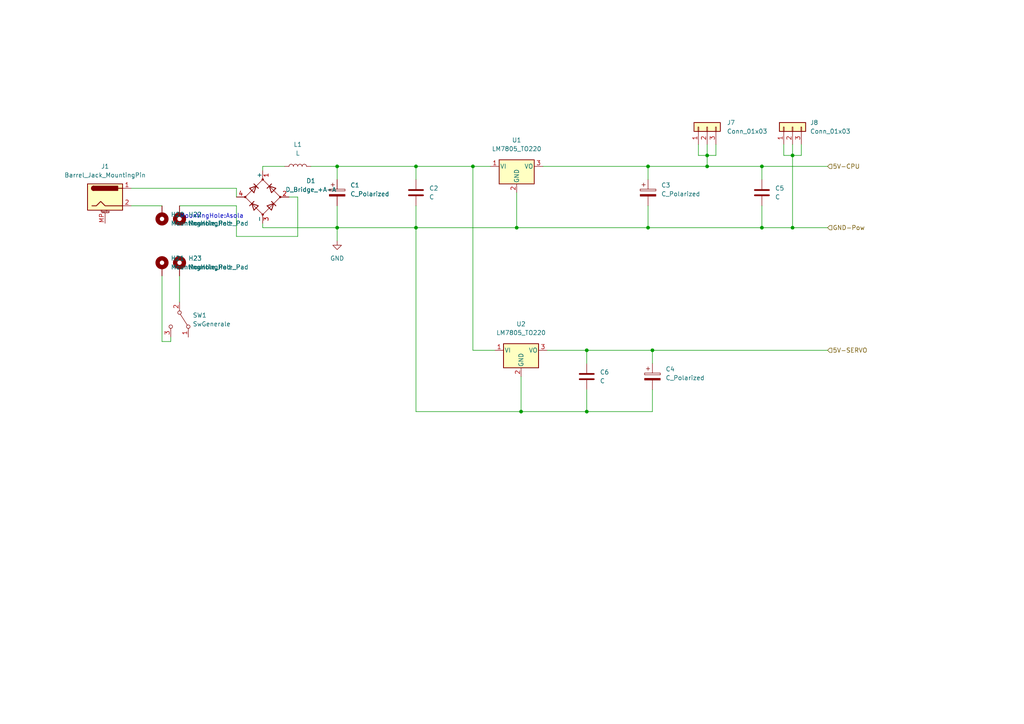
<source format=kicad_sch>
(kicad_sch (version 20211123) (generator eeschema)

  (uuid f008dfec-8cbd-4604-adf7-5c96849dc8e9)

  (paper "A4")

  (lib_symbols
    (symbol "Connector:Barrel_Jack_MountingPin" (pin_names hide) (in_bom yes) (on_board yes)
      (property "Reference" "J" (id 0) (at 0 5.334 0)
        (effects (font (size 1.27 1.27)))
      )
      (property "Value" "Barrel_Jack_MountingPin" (id 1) (at 1.27 -6.35 0)
        (effects (font (size 1.27 1.27)) (justify left))
      )
      (property "Footprint" "" (id 2) (at 1.27 -1.016 0)
        (effects (font (size 1.27 1.27)) hide)
      )
      (property "Datasheet" "~" (id 3) (at 1.27 -1.016 0)
        (effects (font (size 1.27 1.27)) hide)
      )
      (property "ki_keywords" "DC power barrel jack connector" (id 4) (at 0 0 0)
        (effects (font (size 1.27 1.27)) hide)
      )
      (property "ki_description" "DC Barrel Jack with a mounting pin" (id 5) (at 0 0 0)
        (effects (font (size 1.27 1.27)) hide)
      )
      (property "ki_fp_filters" "BarrelJack*" (id 6) (at 0 0 0)
        (effects (font (size 1.27 1.27)) hide)
      )
      (symbol "Barrel_Jack_MountingPin_0_1"
        (rectangle (start -5.08 3.81) (end 5.08 -3.81)
          (stroke (width 0.254) (type default) (color 0 0 0 0))
          (fill (type background))
        )
        (arc (start -3.302 3.175) (mid -3.937 2.54) (end -3.302 1.905)
          (stroke (width 0.254) (type default) (color 0 0 0 0))
          (fill (type none))
        )
        (arc (start -3.302 3.175) (mid -3.937 2.54) (end -3.302 1.905)
          (stroke (width 0.254) (type default) (color 0 0 0 0))
          (fill (type outline))
        )
        (polyline
          (pts
            (xy 5.08 2.54)
            (xy 3.81 2.54)
          )
          (stroke (width 0.254) (type default) (color 0 0 0 0))
          (fill (type none))
        )
        (polyline
          (pts
            (xy -3.81 -2.54)
            (xy -2.54 -2.54)
            (xy -1.27 -1.27)
            (xy 0 -2.54)
            (xy 2.54 -2.54)
            (xy 5.08 -2.54)
          )
          (stroke (width 0.254) (type default) (color 0 0 0 0))
          (fill (type none))
        )
        (rectangle (start 3.683 3.175) (end -3.302 1.905)
          (stroke (width 0.254) (type default) (color 0 0 0 0))
          (fill (type outline))
        )
      )
      (symbol "Barrel_Jack_MountingPin_1_1"
        (polyline
          (pts
            (xy -1.016 -4.572)
            (xy 1.016 -4.572)
          )
          (stroke (width 0.1524) (type default) (color 0 0 0 0))
          (fill (type none))
        )
        (text "Mounting" (at 0 -4.191 0)
          (effects (font (size 0.381 0.381)))
        )
        (pin passive line (at 7.62 2.54 180) (length 2.54)
          (name "~" (effects (font (size 1.27 1.27))))
          (number "1" (effects (font (size 1.27 1.27))))
        )
        (pin passive line (at 7.62 -2.54 180) (length 2.54)
          (name "~" (effects (font (size 1.27 1.27))))
          (number "2" (effects (font (size 1.27 1.27))))
        )
        (pin passive line (at 0 -7.62 90) (length 3.048)
          (name "MountPin" (effects (font (size 1.27 1.27))))
          (number "MP" (effects (font (size 1.27 1.27))))
        )
      )
    )
    (symbol "Connector_Generic:Conn_01x03" (pin_names (offset 1.016) hide) (in_bom yes) (on_board yes)
      (property "Reference" "J" (id 0) (at 0 5.08 0)
        (effects (font (size 1.27 1.27)))
      )
      (property "Value" "Conn_01x03" (id 1) (at 0 -5.08 0)
        (effects (font (size 1.27 1.27)))
      )
      (property "Footprint" "" (id 2) (at 0 0 0)
        (effects (font (size 1.27 1.27)) hide)
      )
      (property "Datasheet" "~" (id 3) (at 0 0 0)
        (effects (font (size 1.27 1.27)) hide)
      )
      (property "ki_keywords" "connector" (id 4) (at 0 0 0)
        (effects (font (size 1.27 1.27)) hide)
      )
      (property "ki_description" "Generic connector, single row, 01x03, script generated (kicad-library-utils/schlib/autogen/connector/)" (id 5) (at 0 0 0)
        (effects (font (size 1.27 1.27)) hide)
      )
      (property "ki_fp_filters" "Connector*:*_1x??_*" (id 6) (at 0 0 0)
        (effects (font (size 1.27 1.27)) hide)
      )
      (symbol "Conn_01x03_1_1"
        (rectangle (start -1.27 -2.413) (end 0 -2.667)
          (stroke (width 0.1524) (type default) (color 0 0 0 0))
          (fill (type none))
        )
        (rectangle (start -1.27 0.127) (end 0 -0.127)
          (stroke (width 0.1524) (type default) (color 0 0 0 0))
          (fill (type none))
        )
        (rectangle (start -1.27 2.667) (end 0 2.413)
          (stroke (width 0.1524) (type default) (color 0 0 0 0))
          (fill (type none))
        )
        (rectangle (start -1.27 3.81) (end 1.27 -3.81)
          (stroke (width 0.254) (type default) (color 0 0 0 0))
          (fill (type background))
        )
        (pin passive line (at -5.08 2.54 0) (length 3.81)
          (name "Pin_1" (effects (font (size 1.27 1.27))))
          (number "1" (effects (font (size 1.27 1.27))))
        )
        (pin passive line (at -5.08 0 0) (length 3.81)
          (name "Pin_2" (effects (font (size 1.27 1.27))))
          (number "2" (effects (font (size 1.27 1.27))))
        )
        (pin passive line (at -5.08 -2.54 0) (length 3.81)
          (name "Pin_3" (effects (font (size 1.27 1.27))))
          (number "3" (effects (font (size 1.27 1.27))))
        )
      )
    )
    (symbol "Device:C" (pin_numbers hide) (pin_names (offset 0.254)) (in_bom yes) (on_board yes)
      (property "Reference" "C" (id 0) (at 0.635 2.54 0)
        (effects (font (size 1.27 1.27)) (justify left))
      )
      (property "Value" "C" (id 1) (at 0.635 -2.54 0)
        (effects (font (size 1.27 1.27)) (justify left))
      )
      (property "Footprint" "" (id 2) (at 0.9652 -3.81 0)
        (effects (font (size 1.27 1.27)) hide)
      )
      (property "Datasheet" "~" (id 3) (at 0 0 0)
        (effects (font (size 1.27 1.27)) hide)
      )
      (property "ki_keywords" "cap capacitor" (id 4) (at 0 0 0)
        (effects (font (size 1.27 1.27)) hide)
      )
      (property "ki_description" "Unpolarized capacitor" (id 5) (at 0 0 0)
        (effects (font (size 1.27 1.27)) hide)
      )
      (property "ki_fp_filters" "C_*" (id 6) (at 0 0 0)
        (effects (font (size 1.27 1.27)) hide)
      )
      (symbol "C_0_1"
        (polyline
          (pts
            (xy -2.032 -0.762)
            (xy 2.032 -0.762)
          )
          (stroke (width 0.508) (type default) (color 0 0 0 0))
          (fill (type none))
        )
        (polyline
          (pts
            (xy -2.032 0.762)
            (xy 2.032 0.762)
          )
          (stroke (width 0.508) (type default) (color 0 0 0 0))
          (fill (type none))
        )
      )
      (symbol "C_1_1"
        (pin passive line (at 0 3.81 270) (length 2.794)
          (name "~" (effects (font (size 1.27 1.27))))
          (number "1" (effects (font (size 1.27 1.27))))
        )
        (pin passive line (at 0 -3.81 90) (length 2.794)
          (name "~" (effects (font (size 1.27 1.27))))
          (number "2" (effects (font (size 1.27 1.27))))
        )
      )
    )
    (symbol "Device:C_Polarized" (pin_numbers hide) (pin_names (offset 0.254)) (in_bom yes) (on_board yes)
      (property "Reference" "C" (id 0) (at 0.635 2.54 0)
        (effects (font (size 1.27 1.27)) (justify left))
      )
      (property "Value" "C_Polarized" (id 1) (at 0.635 -2.54 0)
        (effects (font (size 1.27 1.27)) (justify left))
      )
      (property "Footprint" "" (id 2) (at 0.9652 -3.81 0)
        (effects (font (size 1.27 1.27)) hide)
      )
      (property "Datasheet" "~" (id 3) (at 0 0 0)
        (effects (font (size 1.27 1.27)) hide)
      )
      (property "ki_keywords" "cap capacitor" (id 4) (at 0 0 0)
        (effects (font (size 1.27 1.27)) hide)
      )
      (property "ki_description" "Polarized capacitor" (id 5) (at 0 0 0)
        (effects (font (size 1.27 1.27)) hide)
      )
      (property "ki_fp_filters" "CP_*" (id 6) (at 0 0 0)
        (effects (font (size 1.27 1.27)) hide)
      )
      (symbol "C_Polarized_0_1"
        (rectangle (start -2.286 0.508) (end 2.286 1.016)
          (stroke (width 0) (type default) (color 0 0 0 0))
          (fill (type none))
        )
        (polyline
          (pts
            (xy -1.778 2.286)
            (xy -0.762 2.286)
          )
          (stroke (width 0) (type default) (color 0 0 0 0))
          (fill (type none))
        )
        (polyline
          (pts
            (xy -1.27 2.794)
            (xy -1.27 1.778)
          )
          (stroke (width 0) (type default) (color 0 0 0 0))
          (fill (type none))
        )
        (rectangle (start 2.286 -0.508) (end -2.286 -1.016)
          (stroke (width 0) (type default) (color 0 0 0 0))
          (fill (type outline))
        )
      )
      (symbol "C_Polarized_1_1"
        (pin passive line (at 0 3.81 270) (length 2.794)
          (name "~" (effects (font (size 1.27 1.27))))
          (number "1" (effects (font (size 1.27 1.27))))
        )
        (pin passive line (at 0 -3.81 90) (length 2.794)
          (name "~" (effects (font (size 1.27 1.27))))
          (number "2" (effects (font (size 1.27 1.27))))
        )
      )
    )
    (symbol "Device:D_Bridge_+A-A" (pin_names (offset 0)) (in_bom yes) (on_board yes)
      (property "Reference" "D" (id 0) (at 2.54 6.985 0)
        (effects (font (size 1.27 1.27)) (justify left))
      )
      (property "Value" "D_Bridge_+A-A" (id 1) (at 2.54 5.08 0)
        (effects (font (size 1.27 1.27)) (justify left))
      )
      (property "Footprint" "" (id 2) (at 0 0 0)
        (effects (font (size 1.27 1.27)) hide)
      )
      (property "Datasheet" "~" (id 3) (at 0 0 0)
        (effects (font (size 1.27 1.27)) hide)
      )
      (property "ki_keywords" "rectifier ACDC" (id 4) (at 0 0 0)
        (effects (font (size 1.27 1.27)) hide)
      )
      (property "ki_description" "Diode bridge, +ve/AC/-ve/AC" (id 5) (at 0 0 0)
        (effects (font (size 1.27 1.27)) hide)
      )
      (property "ki_fp_filters" "D*Bridge* D*Rectifier*" (id 6) (at 0 0 0)
        (effects (font (size 1.27 1.27)) hide)
      )
      (symbol "D_Bridge_+A-A_0_1"
        (circle (center -5.08 0) (radius 0.254)
          (stroke (width 0) (type default) (color 0 0 0 0))
          (fill (type outline))
        )
        (circle (center 0 -5.08) (radius 0.254)
          (stroke (width 0) (type default) (color 0 0 0 0))
          (fill (type outline))
        )
        (polyline
          (pts
            (xy -2.54 3.81)
            (xy -1.27 2.54)
          )
          (stroke (width 0.254) (type default) (color 0 0 0 0))
          (fill (type none))
        )
        (polyline
          (pts
            (xy -1.27 -2.54)
            (xy -2.54 -3.81)
          )
          (stroke (width 0.254) (type default) (color 0 0 0 0))
          (fill (type none))
        )
        (polyline
          (pts
            (xy 2.54 -1.27)
            (xy 3.81 -2.54)
          )
          (stroke (width 0.254) (type default) (color 0 0 0 0))
          (fill (type none))
        )
        (polyline
          (pts
            (xy 2.54 1.27)
            (xy 3.81 2.54)
          )
          (stroke (width 0.254) (type default) (color 0 0 0 0))
          (fill (type none))
        )
        (polyline
          (pts
            (xy -3.81 2.54)
            (xy -2.54 1.27)
            (xy -1.905 3.175)
            (xy -3.81 2.54)
          )
          (stroke (width 0.254) (type default) (color 0 0 0 0))
          (fill (type none))
        )
        (polyline
          (pts
            (xy -2.54 -1.27)
            (xy -3.81 -2.54)
            (xy -1.905 -3.175)
            (xy -2.54 -1.27)
          )
          (stroke (width 0.254) (type default) (color 0 0 0 0))
          (fill (type none))
        )
        (polyline
          (pts
            (xy 1.27 2.54)
            (xy 2.54 3.81)
            (xy 3.175 1.905)
            (xy 1.27 2.54)
          )
          (stroke (width 0.254) (type default) (color 0 0 0 0))
          (fill (type none))
        )
        (polyline
          (pts
            (xy 3.175 -1.905)
            (xy 1.27 -2.54)
            (xy 2.54 -3.81)
            (xy 3.175 -1.905)
          )
          (stroke (width 0.254) (type default) (color 0 0 0 0))
          (fill (type none))
        )
        (polyline
          (pts
            (xy -5.08 0)
            (xy 0 -5.08)
            (xy 5.08 0)
            (xy 0 5.08)
            (xy -5.08 0)
          )
          (stroke (width 0) (type default) (color 0 0 0 0))
          (fill (type none))
        )
        (circle (center 0 5.08) (radius 0.254)
          (stroke (width 0) (type default) (color 0 0 0 0))
          (fill (type outline))
        )
        (circle (center 5.08 0) (radius 0.254)
          (stroke (width 0) (type default) (color 0 0 0 0))
          (fill (type outline))
        )
      )
      (symbol "D_Bridge_+A-A_1_1"
        (pin passive line (at 7.62 0 180) (length 2.54)
          (name "+" (effects (font (size 1.27 1.27))))
          (number "1" (effects (font (size 1.27 1.27))))
        )
        (pin passive line (at 0 -7.62 90) (length 2.54)
          (name "~" (effects (font (size 1.27 1.27))))
          (number "2" (effects (font (size 1.27 1.27))))
        )
        (pin passive line (at -7.62 0 0) (length 2.54)
          (name "-" (effects (font (size 1.27 1.27))))
          (number "3" (effects (font (size 1.27 1.27))))
        )
        (pin passive line (at 0 7.62 270) (length 2.54)
          (name "~" (effects (font (size 1.27 1.27))))
          (number "4" (effects (font (size 1.27 1.27))))
        )
      )
    )
    (symbol "Device:L" (pin_numbers hide) (pin_names (offset 1.016) hide) (in_bom yes) (on_board yes)
      (property "Reference" "L" (id 0) (at -1.27 0 90)
        (effects (font (size 1.27 1.27)))
      )
      (property "Value" "L" (id 1) (at 1.905 0 90)
        (effects (font (size 1.27 1.27)))
      )
      (property "Footprint" "" (id 2) (at 0 0 0)
        (effects (font (size 1.27 1.27)) hide)
      )
      (property "Datasheet" "~" (id 3) (at 0 0 0)
        (effects (font (size 1.27 1.27)) hide)
      )
      (property "ki_keywords" "inductor choke coil reactor magnetic" (id 4) (at 0 0 0)
        (effects (font (size 1.27 1.27)) hide)
      )
      (property "ki_description" "Inductor" (id 5) (at 0 0 0)
        (effects (font (size 1.27 1.27)) hide)
      )
      (property "ki_fp_filters" "Choke_* *Coil* Inductor_* L_*" (id 6) (at 0 0 0)
        (effects (font (size 1.27 1.27)) hide)
      )
      (symbol "L_0_1"
        (arc (start 0 -2.54) (mid 0.635 -1.905) (end 0 -1.27)
          (stroke (width 0) (type default) (color 0 0 0 0))
          (fill (type none))
        )
        (arc (start 0 -1.27) (mid 0.635 -0.635) (end 0 0)
          (stroke (width 0) (type default) (color 0 0 0 0))
          (fill (type none))
        )
        (arc (start 0 0) (mid 0.635 0.635) (end 0 1.27)
          (stroke (width 0) (type default) (color 0 0 0 0))
          (fill (type none))
        )
        (arc (start 0 1.27) (mid 0.635 1.905) (end 0 2.54)
          (stroke (width 0) (type default) (color 0 0 0 0))
          (fill (type none))
        )
      )
      (symbol "L_1_1"
        (pin passive line (at 0 3.81 270) (length 1.27)
          (name "1" (effects (font (size 1.27 1.27))))
          (number "1" (effects (font (size 1.27 1.27))))
        )
        (pin passive line (at 0 -3.81 90) (length 1.27)
          (name "2" (effects (font (size 1.27 1.27))))
          (number "2" (effects (font (size 1.27 1.27))))
        )
      )
    )
    (symbol "Mechanical:MountingHole_Pad" (pin_numbers hide) (pin_names (offset 1.016) hide) (in_bom yes) (on_board yes)
      (property "Reference" "H" (id 0) (at 0 6.35 0)
        (effects (font (size 1.27 1.27)))
      )
      (property "Value" "MountingHole_Pad" (id 1) (at 0 4.445 0)
        (effects (font (size 1.27 1.27)))
      )
      (property "Footprint" "" (id 2) (at 0 0 0)
        (effects (font (size 1.27 1.27)) hide)
      )
      (property "Datasheet" "~" (id 3) (at 0 0 0)
        (effects (font (size 1.27 1.27)) hide)
      )
      (property "ki_keywords" "mounting hole" (id 4) (at 0 0 0)
        (effects (font (size 1.27 1.27)) hide)
      )
      (property "ki_description" "Mounting Hole with connection" (id 5) (at 0 0 0)
        (effects (font (size 1.27 1.27)) hide)
      )
      (property "ki_fp_filters" "MountingHole*Pad*" (id 6) (at 0 0 0)
        (effects (font (size 1.27 1.27)) hide)
      )
      (symbol "MountingHole_Pad_0_1"
        (circle (center 0 1.27) (radius 1.27)
          (stroke (width 1.27) (type default) (color 0 0 0 0))
          (fill (type none))
        )
      )
      (symbol "MountingHole_Pad_1_1"
        (pin input line (at 0 -2.54 90) (length 2.54)
          (name "1" (effects (font (size 1.27 1.27))))
          (number "1" (effects (font (size 1.27 1.27))))
        )
      )
    )
    (symbol "Regulator_Linear:LM7805_TO220" (pin_names (offset 0.254)) (in_bom yes) (on_board yes)
      (property "Reference" "U" (id 0) (at -3.81 3.175 0)
        (effects (font (size 1.27 1.27)))
      )
      (property "Value" "LM7805_TO220" (id 1) (at 0 3.175 0)
        (effects (font (size 1.27 1.27)) (justify left))
      )
      (property "Footprint" "Package_TO_SOT_THT:TO-220-3_Vertical" (id 2) (at 0 5.715 0)
        (effects (font (size 1.27 1.27) italic) hide)
      )
      (property "Datasheet" "https://www.onsemi.cn/PowerSolutions/document/MC7800-D.PDF" (id 3) (at 0 -1.27 0)
        (effects (font (size 1.27 1.27)) hide)
      )
      (property "ki_keywords" "Voltage Regulator 1A Positive" (id 4) (at 0 0 0)
        (effects (font (size 1.27 1.27)) hide)
      )
      (property "ki_description" "Positive 1A 35V Linear Regulator, Fixed Output 5V, TO-220" (id 5) (at 0 0 0)
        (effects (font (size 1.27 1.27)) hide)
      )
      (property "ki_fp_filters" "TO?220*" (id 6) (at 0 0 0)
        (effects (font (size 1.27 1.27)) hide)
      )
      (symbol "LM7805_TO220_0_1"
        (rectangle (start -5.08 1.905) (end 5.08 -5.08)
          (stroke (width 0.254) (type default) (color 0 0 0 0))
          (fill (type background))
        )
      )
      (symbol "LM7805_TO220_1_1"
        (pin power_in line (at -7.62 0 0) (length 2.54)
          (name "VI" (effects (font (size 1.27 1.27))))
          (number "1" (effects (font (size 1.27 1.27))))
        )
        (pin power_in line (at 0 -7.62 90) (length 2.54)
          (name "GND" (effects (font (size 1.27 1.27))))
          (number "2" (effects (font (size 1.27 1.27))))
        )
        (pin power_out line (at 7.62 0 180) (length 2.54)
          (name "VO" (effects (font (size 1.27 1.27))))
          (number "3" (effects (font (size 1.27 1.27))))
        )
      )
    )
    (symbol "Switch:SW_SPDT" (pin_names (offset 0) hide) (in_bom yes) (on_board yes)
      (property "Reference" "SW" (id 0) (at 0 4.318 0)
        (effects (font (size 1.27 1.27)))
      )
      (property "Value" "SW_SPDT" (id 1) (at 0 -5.08 0)
        (effects (font (size 1.27 1.27)))
      )
      (property "Footprint" "" (id 2) (at 0 0 0)
        (effects (font (size 1.27 1.27)) hide)
      )
      (property "Datasheet" "~" (id 3) (at 0 0 0)
        (effects (font (size 1.27 1.27)) hide)
      )
      (property "ki_keywords" "switch single-pole double-throw spdt ON-ON" (id 4) (at 0 0 0)
        (effects (font (size 1.27 1.27)) hide)
      )
      (property "ki_description" "Switch, single pole double throw" (id 5) (at 0 0 0)
        (effects (font (size 1.27 1.27)) hide)
      )
      (symbol "SW_SPDT_0_0"
        (circle (center -2.032 0) (radius 0.508)
          (stroke (width 0) (type default) (color 0 0 0 0))
          (fill (type none))
        )
        (circle (center 2.032 -2.54) (radius 0.508)
          (stroke (width 0) (type default) (color 0 0 0 0))
          (fill (type none))
        )
      )
      (symbol "SW_SPDT_0_1"
        (polyline
          (pts
            (xy -1.524 0.254)
            (xy 1.651 2.286)
          )
          (stroke (width 0) (type default) (color 0 0 0 0))
          (fill (type none))
        )
        (circle (center 2.032 2.54) (radius 0.508)
          (stroke (width 0) (type default) (color 0 0 0 0))
          (fill (type none))
        )
      )
      (symbol "SW_SPDT_1_1"
        (pin passive line (at 5.08 2.54 180) (length 2.54)
          (name "A" (effects (font (size 1.27 1.27))))
          (number "1" (effects (font (size 1.27 1.27))))
        )
        (pin passive line (at -5.08 0 0) (length 2.54)
          (name "B" (effects (font (size 1.27 1.27))))
          (number "2" (effects (font (size 1.27 1.27))))
        )
        (pin passive line (at 5.08 -2.54 180) (length 2.54)
          (name "C" (effects (font (size 1.27 1.27))))
          (number "3" (effects (font (size 1.27 1.27))))
        )
      )
    )
    (symbol "power:GND" (power) (pin_names (offset 0)) (in_bom yes) (on_board yes)
      (property "Reference" "#PWR" (id 0) (at 0 -6.35 0)
        (effects (font (size 1.27 1.27)) hide)
      )
      (property "Value" "GND" (id 1) (at 0 -3.81 0)
        (effects (font (size 1.27 1.27)))
      )
      (property "Footprint" "" (id 2) (at 0 0 0)
        (effects (font (size 1.27 1.27)) hide)
      )
      (property "Datasheet" "" (id 3) (at 0 0 0)
        (effects (font (size 1.27 1.27)) hide)
      )
      (property "ki_keywords" "power-flag" (id 4) (at 0 0 0)
        (effects (font (size 1.27 1.27)) hide)
      )
      (property "ki_description" "Power symbol creates a global label with name \"GND\" , ground" (id 5) (at 0 0 0)
        (effects (font (size 1.27 1.27)) hide)
      )
      (symbol "GND_0_1"
        (polyline
          (pts
            (xy 0 0)
            (xy 0 -1.27)
            (xy 1.27 -1.27)
            (xy 0 -2.54)
            (xy -1.27 -1.27)
            (xy 0 -1.27)
          )
          (stroke (width 0) (type default) (color 0 0 0 0))
          (fill (type none))
        )
      )
      (symbol "GND_1_1"
        (pin power_in line (at 0 0 270) (length 0) hide
          (name "GND" (effects (font (size 1.27 1.27))))
          (number "1" (effects (font (size 1.27 1.27))))
        )
      )
    )
  )

  (junction (at 187.96 66.04) (diameter 0) (color 0 0 0 0)
    (uuid 02c03e1f-54f0-47b5-8090-790eaa8054e5)
  )
  (junction (at 97.79 48.26) (diameter 0) (color 0 0 0 0)
    (uuid 06761d6a-d0f7-4522-90a5-02a9bff75dcc)
  )
  (junction (at 229.87 45.085) (diameter 0) (color 0 0 0 0)
    (uuid 0a6557ac-af4d-4281-8f0d-31b25e332d30)
  )
  (junction (at 120.65 66.04) (diameter 0) (color 0 0 0 0)
    (uuid 22eb16ec-c020-4b05-af2a-6c2fddea5ef9)
  )
  (junction (at 220.98 48.26) (diameter 0) (color 0 0 0 0)
    (uuid 23248dce-24e3-4258-be9b-2c3226426482)
  )
  (junction (at 151.13 119.38) (diameter 0) (color 0 0 0 0)
    (uuid 370fa68d-8e1b-4a0c-ba10-e8cfdcaa2cca)
  )
  (junction (at 120.65 48.26) (diameter 0) (color 0 0 0 0)
    (uuid 406b0538-e407-42dc-b3f5-635fd43e5eaf)
  )
  (junction (at 97.79 66.04) (diameter 0) (color 0 0 0 0)
    (uuid 4aade580-3568-48b8-9ba6-d98a7fc9b6d4)
  )
  (junction (at 170.18 101.6) (diameter 0) (color 0 0 0 0)
    (uuid 54399fbc-24f9-4787-bf31-47b45d02af35)
  )
  (junction (at 205.105 45.085) (diameter 0) (color 0 0 0 0)
    (uuid 54fdf65c-c75a-4bdf-bc01-05bd5b11cb78)
  )
  (junction (at 170.18 119.38) (diameter 0) (color 0 0 0 0)
    (uuid 5b458165-22f8-40ac-99f1-d374abce9648)
  )
  (junction (at 229.87 66.04) (diameter 0) (color 0 0 0 0)
    (uuid 659952a8-013d-4d4d-b35c-128817d3c409)
  )
  (junction (at 149.86 66.04) (diameter 0) (color 0 0 0 0)
    (uuid 737048ec-988c-476e-83c6-96f2514f6b50)
  )
  (junction (at 187.96 48.26) (diameter 0) (color 0 0 0 0)
    (uuid 7a3c66fe-af0a-4686-8dbc-2565c40985ee)
  )
  (junction (at 205.105 48.26) (diameter 0) (color 0 0 0 0)
    (uuid 81b8035e-9f9d-4778-baf9-a0fa45a26ad3)
  )
  (junction (at 220.98 66.04) (diameter 0) (color 0 0 0 0)
    (uuid a3c90ad5-e9e8-4e0f-bc14-cbf1102c3fa2)
  )
  (junction (at 189.23 101.6) (diameter 0) (color 0 0 0 0)
    (uuid b4750253-17f7-4952-a97f-0e2aa78e5d4e)
  )
  (junction (at 137.16 48.26) (diameter 0) (color 0 0 0 0)
    (uuid f84c8274-51c3-49c8-9d3f-2b16dbda5b3a)
  )

  (wire (pts (xy 120.65 119.38) (xy 120.65 66.04))
    (stroke (width 0) (type default) (color 0 0 0 0))
    (uuid 0501f9d3-1037-483e-8d4c-d7f511661b98)
  )
  (wire (pts (xy 97.79 48.26) (xy 120.65 48.26))
    (stroke (width 0) (type default) (color 0 0 0 0))
    (uuid 19fa953e-96f9-4544-95f8-14b96c5f0592)
  )
  (wire (pts (xy 187.96 48.26) (xy 205.105 48.26))
    (stroke (width 0) (type default) (color 0 0 0 0))
    (uuid 1e1d860f-ab47-4f7a-9706-99b24fb66d56)
  )
  (wire (pts (xy 137.16 48.26) (xy 142.24 48.26))
    (stroke (width 0) (type default) (color 0 0 0 0))
    (uuid 1fd4d199-be0d-4bd6-a8bf-6a584dd790d8)
  )
  (wire (pts (xy 202.565 41.91) (xy 202.565 45.085))
    (stroke (width 0) (type default) (color 0 0 0 0))
    (uuid 2387d0fc-c600-4b9e-8c08-f7c18780fb77)
  )
  (wire (pts (xy 83.82 57.15) (xy 86.36 57.15))
    (stroke (width 0) (type default) (color 0 0 0 0))
    (uuid 26fc4aaa-f989-4b0f-b353-ca3fddc8628c)
  )
  (wire (pts (xy 227.33 41.91) (xy 227.33 45.085))
    (stroke (width 0) (type default) (color 0 0 0 0))
    (uuid 28f6c1a1-d0a5-4a3d-9ae7-d482fa2840f4)
  )
  (wire (pts (xy 137.16 101.6) (xy 137.16 48.26))
    (stroke (width 0) (type default) (color 0 0 0 0))
    (uuid 2df9c463-1835-423c-ad3d-9a28aa5abb77)
  )
  (wire (pts (xy 76.2 48.26) (xy 76.2 49.53))
    (stroke (width 0) (type default) (color 0 0 0 0))
    (uuid 302e062c-86e7-41d2-a63d-499bd6ba190d)
  )
  (wire (pts (xy 97.79 66.04) (xy 97.79 69.85))
    (stroke (width 0) (type default) (color 0 0 0 0))
    (uuid 30529717-512e-44f5-be08-abd654523e92)
  )
  (wire (pts (xy 205.105 41.91) (xy 205.105 45.085))
    (stroke (width 0) (type default) (color 0 0 0 0))
    (uuid 30d70560-3295-4891-ab8e-716defd945f0)
  )
  (wire (pts (xy 170.18 113.03) (xy 170.18 119.38))
    (stroke (width 0) (type default) (color 0 0 0 0))
    (uuid 349c5ba7-b7cd-479d-9a82-3b0a652c6fae)
  )
  (wire (pts (xy 157.48 48.26) (xy 187.96 48.26))
    (stroke (width 0) (type default) (color 0 0 0 0))
    (uuid 37151358-5d26-4223-aab7-bbe564f73269)
  )
  (wire (pts (xy 189.23 119.38) (xy 170.18 119.38))
    (stroke (width 0) (type default) (color 0 0 0 0))
    (uuid 3b75e053-9803-4ad4-9152-cf42fb113e7f)
  )
  (wire (pts (xy 189.23 101.6) (xy 189.23 105.41))
    (stroke (width 0) (type default) (color 0 0 0 0))
    (uuid 3c27d80c-3964-4055-bf40-0434a3cc02ad)
  )
  (wire (pts (xy 120.65 48.26) (xy 137.16 48.26))
    (stroke (width 0) (type default) (color 0 0 0 0))
    (uuid 410a049d-8aae-4e3f-bb06-cfb3993b7752)
  )
  (wire (pts (xy 229.87 41.91) (xy 229.87 45.085))
    (stroke (width 0) (type default) (color 0 0 0 0))
    (uuid 44072855-eb60-468d-b620-fac760524652)
  )
  (wire (pts (xy 220.98 48.26) (xy 240.03 48.26))
    (stroke (width 0) (type default) (color 0 0 0 0))
    (uuid 463add5c-4479-40be-aa2f-71bbecac9a15)
  )
  (wire (pts (xy 151.13 119.38) (xy 120.65 119.38))
    (stroke (width 0) (type default) (color 0 0 0 0))
    (uuid 4ab9bac4-ea23-4da4-a9f6-e18ace3cbf60)
  )
  (wire (pts (xy 52.07 59.69) (xy 68.58 59.69))
    (stroke (width 0) (type default) (color 0 0 0 0))
    (uuid 4f357063-9edd-4d37-a2db-c22a4247869f)
  )
  (wire (pts (xy 97.79 59.69) (xy 97.79 66.04))
    (stroke (width 0) (type default) (color 0 0 0 0))
    (uuid 50473d75-7668-4bb7-b779-3baf343577f1)
  )
  (wire (pts (xy 205.105 45.085) (xy 205.105 48.26))
    (stroke (width 0) (type default) (color 0 0 0 0))
    (uuid 527c11ff-e908-44ba-a0b8-e50a1910eb9f)
  )
  (wire (pts (xy 97.79 66.04) (xy 120.65 66.04))
    (stroke (width 0) (type default) (color 0 0 0 0))
    (uuid 560b9e22-fbfa-4284-9322-ea7eb29bec44)
  )
  (wire (pts (xy 187.96 59.69) (xy 187.96 66.04))
    (stroke (width 0) (type default) (color 0 0 0 0))
    (uuid 5a6a3fe1-f1d3-4c26-bb36-dd89332d452c)
  )
  (wire (pts (xy 120.65 59.69) (xy 120.65 66.04))
    (stroke (width 0) (type default) (color 0 0 0 0))
    (uuid 683fbb7f-330c-48db-9b1f-a226282ffdda)
  )
  (wire (pts (xy 189.23 101.6) (xy 170.18 101.6))
    (stroke (width 0) (type default) (color 0 0 0 0))
    (uuid 6a08e7cf-56f8-427f-a198-85368584f711)
  )
  (wire (pts (xy 202.565 45.085) (xy 205.105 45.085))
    (stroke (width 0) (type default) (color 0 0 0 0))
    (uuid 6a9ee008-02b1-4d27-a626-93842e54964c)
  )
  (wire (pts (xy 120.65 52.07) (xy 120.65 48.26))
    (stroke (width 0) (type default) (color 0 0 0 0))
    (uuid 6f2da74a-f91e-42d5-83b5-1a5b4f934a51)
  )
  (wire (pts (xy 149.86 55.88) (xy 149.86 66.04))
    (stroke (width 0) (type default) (color 0 0 0 0))
    (uuid 7237e59b-a03f-479f-88d8-0aa0ed6c4e1d)
  )
  (wire (pts (xy 86.36 68.58) (xy 86.36 57.15))
    (stroke (width 0) (type default) (color 0 0 0 0))
    (uuid 752e8ff0-deb6-403f-a0be-46c7b2e2696e)
  )
  (wire (pts (xy 220.98 66.04) (xy 220.98 59.69))
    (stroke (width 0) (type default) (color 0 0 0 0))
    (uuid 7f3a0fa5-3bf6-4db5-bf39-2e3495a935ab)
  )
  (wire (pts (xy 229.87 45.085) (xy 229.87 66.04))
    (stroke (width 0) (type default) (color 0 0 0 0))
    (uuid 80ee1da2-a680-414c-8a90-6ba28f4df04a)
  )
  (wire (pts (xy 170.18 101.6) (xy 170.18 105.41))
    (stroke (width 0) (type default) (color 0 0 0 0))
    (uuid 83ddd983-a301-4366-aa01-096201d2644e)
  )
  (wire (pts (xy 76.2 66.04) (xy 97.79 66.04))
    (stroke (width 0) (type default) (color 0 0 0 0))
    (uuid 8815e94a-c93f-4fb4-b316-04259dd2bab1)
  )
  (wire (pts (xy 170.18 119.38) (xy 151.13 119.38))
    (stroke (width 0) (type default) (color 0 0 0 0))
    (uuid 8963e7ae-cf5a-482a-9c28-82adca047ec4)
  )
  (wire (pts (xy 229.87 66.04) (xy 240.03 66.04))
    (stroke (width 0) (type default) (color 0 0 0 0))
    (uuid 8e43e0b7-7a7a-4c7d-9ace-bd3524d014aa)
  )
  (wire (pts (xy 232.41 41.91) (xy 232.41 45.085))
    (stroke (width 0) (type default) (color 0 0 0 0))
    (uuid 92973c0b-5f3c-459f-8a94-1a15f9c9b359)
  )
  (wire (pts (xy 68.58 68.58) (xy 86.36 68.58))
    (stroke (width 0) (type default) (color 0 0 0 0))
    (uuid 9514497a-9d81-4fa8-852d-dc8955d6afe8)
  )
  (wire (pts (xy 187.96 66.04) (xy 220.98 66.04))
    (stroke (width 0) (type default) (color 0 0 0 0))
    (uuid 9d5d07f5-77a7-44e6-a667-d041ca1f3055)
  )
  (wire (pts (xy 120.65 66.04) (xy 149.86 66.04))
    (stroke (width 0) (type default) (color 0 0 0 0))
    (uuid 9d92645c-25e5-471b-836e-8eb1129db0f6)
  )
  (wire (pts (xy 205.105 48.26) (xy 220.98 48.26))
    (stroke (width 0) (type default) (color 0 0 0 0))
    (uuid 9e5fd6ac-7c0f-46ca-8d11-03e56fe31ac9)
  )
  (wire (pts (xy 151.13 109.22) (xy 151.13 119.38))
    (stroke (width 0) (type default) (color 0 0 0 0))
    (uuid a2665aa4-0005-4e79-9751-763a942980bb)
  )
  (wire (pts (xy 220.98 48.26) (xy 220.98 52.07))
    (stroke (width 0) (type default) (color 0 0 0 0))
    (uuid a73b1207-cc2c-4724-bfea-bd317a0f2435)
  )
  (wire (pts (xy 49.53 99.06) (xy 49.53 97.79))
    (stroke (width 0) (type default) (color 0 0 0 0))
    (uuid ac35f7d2-3d82-47be-837a-57a52a686f6c)
  )
  (wire (pts (xy 149.86 66.04) (xy 187.96 66.04))
    (stroke (width 0) (type default) (color 0 0 0 0))
    (uuid ad055baf-f3e9-4a2a-882d-e3033c02bf22)
  )
  (wire (pts (xy 90.17 48.26) (xy 97.79 48.26))
    (stroke (width 0) (type default) (color 0 0 0 0))
    (uuid adbadb76-150f-48ae-85ab-8afeb1369ca3)
  )
  (wire (pts (xy 229.87 45.085) (xy 232.41 45.085))
    (stroke (width 0) (type default) (color 0 0 0 0))
    (uuid af9c5e9a-6e80-449e-a0b7-5d0c34bc4fbd)
  )
  (wire (pts (xy 227.33 45.085) (xy 229.87 45.085))
    (stroke (width 0) (type default) (color 0 0 0 0))
    (uuid b3b8934d-dd76-4ad2-a241-c2b633d0409c)
  )
  (wire (pts (xy 187.96 48.26) (xy 187.96 52.07))
    (stroke (width 0) (type default) (color 0 0 0 0))
    (uuid b558f8c4-f5fe-4299-83c3-ba7b6d493a68)
  )
  (wire (pts (xy 76.2 64.77) (xy 76.2 66.04))
    (stroke (width 0) (type default) (color 0 0 0 0))
    (uuid bacba0e4-cb87-4e92-a595-de7c8daf8059)
  )
  (wire (pts (xy 207.645 41.91) (xy 207.645 45.085))
    (stroke (width 0) (type default) (color 0 0 0 0))
    (uuid be13267b-0507-4bac-9ebc-5877851fc138)
  )
  (wire (pts (xy 68.58 59.69) (xy 68.58 68.58))
    (stroke (width 0) (type default) (color 0 0 0 0))
    (uuid bfe47710-0ada-4ff7-b894-24b2d593a5b0)
  )
  (wire (pts (xy 52.07 80.01) (xy 52.07 87.63))
    (stroke (width 0) (type default) (color 0 0 0 0))
    (uuid c3a95493-7182-4a58-8ccd-521fcfc77baf)
  )
  (wire (pts (xy 143.51 101.6) (xy 137.16 101.6))
    (stroke (width 0) (type default) (color 0 0 0 0))
    (uuid c95c64af-79ae-4bb6-bb0b-26a7e6636419)
  )
  (wire (pts (xy 97.79 48.26) (xy 97.79 52.07))
    (stroke (width 0) (type default) (color 0 0 0 0))
    (uuid cf5d128b-5e36-49e3-bcb4-c51a89cd1880)
  )
  (wire (pts (xy 38.1 59.69) (xy 46.99 59.69))
    (stroke (width 0) (type default) (color 0 0 0 0))
    (uuid d2e4133a-5ea9-4ca4-a663-19622feb1182)
  )
  (wire (pts (xy 38.1 54.61) (xy 68.58 54.61))
    (stroke (width 0) (type default) (color 0 0 0 0))
    (uuid d5ceaac4-9fcd-4e7e-8cd5-f754f05cd9f7)
  )
  (wire (pts (xy 46.99 80.01) (xy 46.99 99.06))
    (stroke (width 0) (type default) (color 0 0 0 0))
    (uuid d5ebe927-20e0-4b67-8798-7a19a1a3796f)
  )
  (wire (pts (xy 68.58 54.61) (xy 68.58 57.15))
    (stroke (width 0) (type default) (color 0 0 0 0))
    (uuid d71ecbec-ed1d-423b-b808-f47533f3df52)
  )
  (wire (pts (xy 189.23 101.6) (xy 240.03 101.6))
    (stroke (width 0) (type default) (color 0 0 0 0))
    (uuid dc9d3d40-93b8-44e0-b0a6-3efbe3400d1b)
  )
  (wire (pts (xy 189.23 113.03) (xy 189.23 119.38))
    (stroke (width 0) (type default) (color 0 0 0 0))
    (uuid e7c2a831-4c65-43fe-8d82-f1a347f75bfb)
  )
  (wire (pts (xy 205.105 45.085) (xy 207.645 45.085))
    (stroke (width 0) (type default) (color 0 0 0 0))
    (uuid ea6ca513-70a6-40d7-9a54-93bc3ebbe46e)
  )
  (wire (pts (xy 220.98 66.04) (xy 229.87 66.04))
    (stroke (width 0) (type default) (color 0 0 0 0))
    (uuid f17cc0c0-ae74-427b-8659-e7ef25dbacdd)
  )
  (wire (pts (xy 82.55 48.26) (xy 76.2 48.26))
    (stroke (width 0) (type default) (color 0 0 0 0))
    (uuid f1af9dcf-8562-4526-b73d-c497d32bafec)
  )
  (wire (pts (xy 46.99 99.06) (xy 49.53 99.06))
    (stroke (width 0) (type default) (color 0 0 0 0))
    (uuid f44fbf50-6eef-4b2f-9e21-22ffc8fccb8c)
  )
  (wire (pts (xy 170.18 101.6) (xy 158.75 101.6))
    (stroke (width 0) (type default) (color 0 0 0 0))
    (uuid fa40928b-897b-4458-818b-40bcee18a2f3)
  )

  (text "MountingHole:Asola" (at 52.07 63.5 0)
    (effects (font (size 1.27 1.27)) (justify left bottom))
    (uuid 7e9a8a45-7ec5-4117-b8e4-906317e9ff72)
  )

  (hierarchical_label "5V-CPU" (shape input) (at 240.03 48.26 0)
    (effects (font (size 1.27 1.27)) (justify left))
    (uuid 415f8cbf-1543-4dea-9365-14a5706895b5)
  )
  (hierarchical_label "5V-SERVO" (shape input) (at 240.03 101.6 0)
    (effects (font (size 1.27 1.27)) (justify left))
    (uuid 74486759-5b9d-4627-bc73-086587ddedb7)
  )
  (hierarchical_label "GND-Pow" (shape input) (at 240.03 66.04 0)
    (effects (font (size 1.27 1.27)) (justify left))
    (uuid b264f53d-be85-4256-9262-dd49ec6186c0)
  )

  (symbol (lib_id "power:GND") (at 97.79 69.85 0) (unit 1)
    (in_bom yes) (on_board yes) (fields_autoplaced)
    (uuid 05b1c697-e520-4007-870f-b1652ea98f66)
    (property "Reference" "#PWR0103" (id 0) (at 97.79 76.2 0)
      (effects (font (size 1.27 1.27)) hide)
    )
    (property "Value" "GND" (id 1) (at 97.79 74.93 0))
    (property "Footprint" "" (id 2) (at 97.79 69.85 0)
      (effects (font (size 1.27 1.27)) hide)
    )
    (property "Datasheet" "" (id 3) (at 97.79 69.85 0)
      (effects (font (size 1.27 1.27)) hide)
    )
    (pin "1" (uuid 679dc3e7-f5a9-4ea1-97d9-c91b1e549f9f))
  )

  (symbol (lib_id "Regulator_Linear:LM7805_TO220") (at 151.13 101.6 0) (unit 1)
    (in_bom yes) (on_board yes) (fields_autoplaced)
    (uuid 409bf8c7-21da-4798-8a78-c6aa7bc71315)
    (property "Reference" "U2" (id 0) (at 151.13 93.98 0))
    (property "Value" "LM7805_TO220" (id 1) (at 151.13 96.52 0))
    (property "Footprint" "Package_TO_SOT_THT:TO-220-3_Vertical" (id 2) (at 151.13 95.885 0)
      (effects (font (size 1.27 1.27) italic) hide)
    )
    (property "Datasheet" "https://www.onsemi.cn/PowerSolutions/document/MC7800-D.PDF" (id 3) (at 151.13 102.87 0)
      (effects (font (size 1.27 1.27)) hide)
    )
    (pin "1" (uuid 73bc975f-09c3-4dda-bb02-860b8380d6ae))
    (pin "2" (uuid 97962c1e-db75-4192-be44-f60315edb557))
    (pin "3" (uuid e25f465c-bd8f-49ec-b7d9-beb299ce9755))
  )

  (symbol (lib_id "Device:C_Polarized") (at 187.96 55.88 0) (unit 1)
    (in_bom yes) (on_board yes) (fields_autoplaced)
    (uuid 462cc3b1-535e-43f2-9d1e-b0968d208b83)
    (property "Reference" "C3" (id 0) (at 191.77 53.7209 0)
      (effects (font (size 1.27 1.27)) (justify left))
    )
    (property "Value" "C_Polarized" (id 1) (at 191.77 56.2609 0)
      (effects (font (size 1.27 1.27)) (justify left))
    )
    (property "Footprint" "Capacitor_THT:CP_Axial_L37.0mm_D13.0mm_P43.00mm_Horizontal" (id 2) (at 188.9252 59.69 0)
      (effects (font (size 1.27 1.27)) hide)
    )
    (property "Datasheet" "~" (id 3) (at 187.96 55.88 0)
      (effects (font (size 1.27 1.27)) hide)
    )
    (pin "1" (uuid c43f24b0-01c4-45ec-aa4a-5498098e16ab))
    (pin "2" (uuid baf7d5c1-8bc5-4816-9c9c-bb92b4a6b3da))
  )

  (symbol (lib_id "Device:C") (at 170.18 109.22 0) (unit 1)
    (in_bom yes) (on_board yes) (fields_autoplaced)
    (uuid 54db99a4-3fde-4a91-9fad-4f08097f60e6)
    (property "Reference" "C6" (id 0) (at 173.99 107.9499 0)
      (effects (font (size 1.27 1.27)) (justify left))
    )
    (property "Value" "C" (id 1) (at 173.99 110.4899 0)
      (effects (font (size 1.27 1.27)) (justify left))
    )
    (property "Footprint" "Capacitor_THT:C_Axial_L5.1mm_D3.1mm_P7.50mm_Horizontal" (id 2) (at 171.1452 113.03 0)
      (effects (font (size 1.27 1.27)) hide)
    )
    (property "Datasheet" "~" (id 3) (at 170.18 109.22 0)
      (effects (font (size 1.27 1.27)) hide)
    )
    (pin "1" (uuid 24fc2ec6-9ce9-43dc-9d66-9f94e4b63d5e))
    (pin "2" (uuid 6d4883a3-43f6-4b53-8c82-b6d633e794c1))
  )

  (symbol (lib_id "Device:C") (at 220.98 55.88 0) (unit 1)
    (in_bom yes) (on_board yes) (fields_autoplaced)
    (uuid 5d761499-c3b4-4179-88a5-f5861346a3ec)
    (property "Reference" "C5" (id 0) (at 224.79 54.6099 0)
      (effects (font (size 1.27 1.27)) (justify left))
    )
    (property "Value" "C" (id 1) (at 224.79 57.1499 0)
      (effects (font (size 1.27 1.27)) (justify left))
    )
    (property "Footprint" "Capacitor_THT:C_Axial_L5.1mm_D3.1mm_P7.50mm_Horizontal" (id 2) (at 221.9452 59.69 0)
      (effects (font (size 1.27 1.27)) hide)
    )
    (property "Datasheet" "~" (id 3) (at 220.98 55.88 0)
      (effects (font (size 1.27 1.27)) hide)
    )
    (pin "1" (uuid 6423e9e7-6277-460d-ad7c-d023afe87697))
    (pin "2" (uuid 40b865b0-cc78-47dd-9ef7-e114a59444e8))
  )

  (symbol (lib_id "Device:C_Polarized") (at 97.79 55.88 0) (unit 1)
    (in_bom yes) (on_board yes) (fields_autoplaced)
    (uuid 6ca37845-c8b0-426a-bf5b-60cf4677f720)
    (property "Reference" "C1" (id 0) (at 101.6 53.7209 0)
      (effects (font (size 1.27 1.27)) (justify left))
    )
    (property "Value" "C_Polarized" (id 1) (at 101.6 56.2609 0)
      (effects (font (size 1.27 1.27)) (justify left))
    )
    (property "Footprint" "Capacitor_THT:CP_Axial_L37.0mm_D13.0mm_P43.00mm_Horizontal" (id 2) (at 98.7552 59.69 0)
      (effects (font (size 1.27 1.27)) hide)
    )
    (property "Datasheet" "~" (id 3) (at 97.79 55.88 0)
      (effects (font (size 1.27 1.27)) hide)
    )
    (pin "1" (uuid 71e9e527-c0c1-4cee-bd2c-087de593da42))
    (pin "2" (uuid 54868a61-f8d7-4b55-a385-60c58a7ea289))
  )

  (symbol (lib_id "Connector_Generic:Conn_01x03") (at 205.105 36.83 90) (unit 1)
    (in_bom yes) (on_board yes) (fields_autoplaced)
    (uuid 7b3ed300-46ad-4682-907d-550574e5d681)
    (property "Reference" "J7" (id 0) (at 210.82 35.5599 90)
      (effects (font (size 1.27 1.27)) (justify right))
    )
    (property "Value" "Conn_01x03" (id 1) (at 210.82 38.0999 90)
      (effects (font (size 1.27 1.27)) (justify right))
    )
    (property "Footprint" "Connector_PinHeader_2.54mm:PinHeader_1x03_P2.54mm_Vertical" (id 2) (at 205.105 36.83 0)
      (effects (font (size 1.27 1.27)) hide)
    )
    (property "Datasheet" "~" (id 3) (at 205.105 36.83 0)
      (effects (font (size 1.27 1.27)) hide)
    )
    (pin "1" (uuid aa45af77-510c-48df-b4f5-acdac6a65cd3))
    (pin "2" (uuid 4e23ded5-3bb2-4573-82cf-b5a5ef5e0e6f))
    (pin "3" (uuid e4ab66cc-f5da-4313-a9fe-10ce766af2f4))
  )

  (symbol (lib_id "Mechanical:MountingHole_Pad") (at 46.99 77.47 0) (unit 1)
    (in_bom yes) (on_board yes) (fields_autoplaced)
    (uuid 9087fb18-31d8-4c80-809a-a34743623f98)
    (property "Reference" "H21" (id 0) (at 49.53 74.9299 0)
      (effects (font (size 1.27 1.27)) (justify left))
    )
    (property "Value" "MountingHole_Pad" (id 1) (at 49.53 77.4699 0)
      (effects (font (size 1.27 1.27)) (justify left))
    )
    (property "Footprint" "MountingHole:Asola" (id 2) (at 46.99 77.47 0)
      (effects (font (size 1.27 1.27)) hide)
    )
    (property "Datasheet" "~" (id 3) (at 46.99 77.47 0)
      (effects (font (size 1.27 1.27)) hide)
    )
    (pin "1" (uuid 7401df55-7f44-498a-80f2-bfd29e67355d))
  )

  (symbol (lib_id "Device:D_Bridge_+A-A") (at 76.2 57.15 90) (unit 1)
    (in_bom yes) (on_board yes) (fields_autoplaced)
    (uuid 95e601e1-1b02-4cb2-9da7-f19e0a0721a7)
    (property "Reference" "D1" (id 0) (at 90.17 52.451 90))
    (property "Value" "D_Bridge_+A-A" (id 1) (at 90.17 54.991 90))
    (property "Footprint" "Diode_THT:Diode_Bridge_Round_D8.9mm" (id 2) (at 76.2 57.15 0)
      (effects (font (size 1.27 1.27)) hide)
    )
    (property "Datasheet" "~" (id 3) (at 76.2 57.15 0)
      (effects (font (size 1.27 1.27)) hide)
    )
    (pin "1" (uuid 7a78ef5d-3f10-42a8-bb91-c067e11a04b6))
    (pin "2" (uuid 6441462d-baf6-4e66-b5bf-2c6e3aa1b4f0))
    (pin "3" (uuid 18714da5-35ba-4ed2-a7be-3622c3bfa862))
    (pin "4" (uuid 943bdc99-c18c-4921-9c11-21c3e63be864))
  )

  (symbol (lib_id "Device:C") (at 120.65 55.88 0) (unit 1)
    (in_bom yes) (on_board yes) (fields_autoplaced)
    (uuid ab8fa022-f3b2-4e34-8ebf-12e4731aa823)
    (property "Reference" "C2" (id 0) (at 124.46 54.6099 0)
      (effects (font (size 1.27 1.27)) (justify left))
    )
    (property "Value" "C" (id 1) (at 124.46 57.1499 0)
      (effects (font (size 1.27 1.27)) (justify left))
    )
    (property "Footprint" "Capacitor_THT:C_Axial_L5.1mm_D3.1mm_P7.50mm_Horizontal" (id 2) (at 121.6152 59.69 0)
      (effects (font (size 1.27 1.27)) hide)
    )
    (property "Datasheet" "~" (id 3) (at 120.65 55.88 0)
      (effects (font (size 1.27 1.27)) hide)
    )
    (pin "1" (uuid bc17adfc-5776-459a-bcea-0de97b38f97f))
    (pin "2" (uuid 67d02b5c-f632-4fb5-882d-a5c5fc811082))
  )

  (symbol (lib_id "Switch:SW_SPDT") (at 52.07 92.71 270) (unit 1)
    (in_bom yes) (on_board yes) (fields_autoplaced)
    (uuid b02ee9af-e1f8-407d-b6a6-be1453f7f2c0)
    (property "Reference" "SW1" (id 0) (at 55.88 91.4399 90)
      (effects (font (size 1.27 1.27)) (justify left))
    )
    (property "Value" "SwGenerale" (id 1) (at 55.88 93.9799 90)
      (effects (font (size 1.27 1.27)) (justify left))
    )
    (property "Footprint" "Connector_PinSocket_2.54mm:PinSocket_1x03_P2.54mm_Vertical" (id 2) (at 52.07 92.71 0)
      (effects (font (size 1.27 1.27)) hide)
    )
    (property "Datasheet" "~" (id 3) (at 52.07 92.71 0)
      (effects (font (size 1.27 1.27)) hide)
    )
    (pin "1" (uuid 034895f6-fe18-4a3d-93ec-03db149d0eac))
    (pin "2" (uuid a092c774-b207-4588-939b-af37f45ef425))
    (pin "3" (uuid 9d18891c-3fbc-4972-840b-b897e8542513))
  )

  (symbol (lib_id "Mechanical:MountingHole_Pad") (at 52.07 62.23 180) (unit 1)
    (in_bom yes) (on_board yes) (fields_autoplaced)
    (uuid b55d5000-e0ca-4deb-ae09-d7fe59ab33ab)
    (property "Reference" "H22" (id 0) (at 54.61 62.2299 0)
      (effects (font (size 1.27 1.27)) (justify right))
    )
    (property "Value" "MountingHole_Pad" (id 1) (at 54.61 64.7699 0)
      (effects (font (size 1.27 1.27)) (justify right))
    )
    (property "Footprint" "MountingHole:Asola" (id 2) (at 52.07 62.23 0)
      (effects (font (size 1.27 1.27)) hide)
    )
    (property "Datasheet" "~" (id 3) (at 52.07 62.23 0)
      (effects (font (size 1.27 1.27)) hide)
    )
    (pin "1" (uuid b2f8e5e8-5e83-4116-a344-f99d41b64e2e))
  )

  (symbol (lib_id "Device:C_Polarized") (at 189.23 109.22 0) (unit 1)
    (in_bom yes) (on_board yes) (fields_autoplaced)
    (uuid bb2c1ee5-68d1-407d-a307-e62f544859c6)
    (property "Reference" "C4" (id 0) (at 193.04 107.0609 0)
      (effects (font (size 1.27 1.27)) (justify left))
    )
    (property "Value" "C_Polarized" (id 1) (at 193.04 109.6009 0)
      (effects (font (size 1.27 1.27)) (justify left))
    )
    (property "Footprint" "Capacitor_THT:CP_Axial_L37.0mm_D13.0mm_P43.00mm_Horizontal" (id 2) (at 190.1952 113.03 0)
      (effects (font (size 1.27 1.27)) hide)
    )
    (property "Datasheet" "~" (id 3) (at 189.23 109.22 0)
      (effects (font (size 1.27 1.27)) hide)
    )
    (pin "1" (uuid c311d1b4-1ef4-430a-a325-6afc2c8785da))
    (pin "2" (uuid 7b14a964-1792-4d6b-89e6-0690f278e233))
  )

  (symbol (lib_id "Connector:Barrel_Jack_MountingPin") (at 30.48 57.15 0) (unit 1)
    (in_bom yes) (on_board yes) (fields_autoplaced)
    (uuid c139b080-c6d0-4461-9e29-74d2b8793fec)
    (property "Reference" "J1" (id 0) (at 30.48 48.26 0))
    (property "Value" "Barrel_Jack_MountingPin" (id 1) (at 30.48 50.8 0))
    (property "Footprint" "Connector_BarrelJack:BarrelJack_Horizontal" (id 2) (at 31.75 58.166 0)
      (effects (font (size 1.27 1.27)) hide)
    )
    (property "Datasheet" "~" (id 3) (at 31.75 58.166 0)
      (effects (font (size 1.27 1.27)) hide)
    )
    (pin "1" (uuid 060e7195-8501-4e09-8c43-1c823c24812a))
    (pin "2" (uuid 16f5debb-7b35-41b9-bae0-84ba2f44a466))
    (pin "MP" (uuid 997cb231-50c8-4d21-8ed8-7374ef99c345))
  )

  (symbol (lib_id "Device:L") (at 86.36 48.26 90) (unit 1)
    (in_bom yes) (on_board yes) (fields_autoplaced)
    (uuid cc55bf8f-d3a8-4da6-a5f8-64c109c81511)
    (property "Reference" "L1" (id 0) (at 86.36 41.91 90))
    (property "Value" "L" (id 1) (at 86.36 44.45 90))
    (property "Footprint" "Inductor_THT:L_Axial_L12.0mm_D5.0mm_P15.24mm_Horizontal_Fastron_MISC" (id 2) (at 86.36 48.26 0)
      (effects (font (size 1.27 1.27)) hide)
    )
    (property "Datasheet" "~" (id 3) (at 86.36 48.26 0)
      (effects (font (size 1.27 1.27)) hide)
    )
    (pin "1" (uuid d2463a16-5ee1-4ea5-b724-3f5c6b12b298))
    (pin "2" (uuid 0c3f101c-5d7c-4f8f-abf0-4066322fab6b))
  )

  (symbol (lib_id "Connector_Generic:Conn_01x03") (at 229.87 36.83 90) (unit 1)
    (in_bom yes) (on_board yes) (fields_autoplaced)
    (uuid ced5c675-0f9c-4ddc-b328-71192a139e6d)
    (property "Reference" "J8" (id 0) (at 234.95 35.5599 90)
      (effects (font (size 1.27 1.27)) (justify right))
    )
    (property "Value" "Conn_01x03" (id 1) (at 234.95 38.0999 90)
      (effects (font (size 1.27 1.27)) (justify right))
    )
    (property "Footprint" "Connector_PinHeader_2.54mm:PinHeader_1x03_P2.54mm_Vertical" (id 2) (at 229.87 36.83 0)
      (effects (font (size 1.27 1.27)) hide)
    )
    (property "Datasheet" "~" (id 3) (at 229.87 36.83 0)
      (effects (font (size 1.27 1.27)) hide)
    )
    (pin "1" (uuid a985194d-8c0c-46a7-882a-a74ebf0b76d6))
    (pin "2" (uuid 3f218fe4-96de-4ea8-9dbd-7b6e6d5c90e6))
    (pin "3" (uuid 86757a97-be9f-4bb1-95e2-d1ef3c7dfee2))
  )

  (symbol (lib_id "Regulator_Linear:LM7805_TO220") (at 149.86 48.26 0) (unit 1)
    (in_bom yes) (on_board yes) (fields_autoplaced)
    (uuid d5439804-7f2f-4d89-aa69-acdcb50bedfb)
    (property "Reference" "U1" (id 0) (at 149.86 40.64 0))
    (property "Value" "LM7805_TO220" (id 1) (at 149.86 43.18 0))
    (property "Footprint" "Package_TO_SOT_THT:TO-220-3_Vertical" (id 2) (at 149.86 42.545 0)
      (effects (font (size 1.27 1.27) italic) hide)
    )
    (property "Datasheet" "https://www.onsemi.cn/PowerSolutions/document/MC7800-D.PDF" (id 3) (at 149.86 49.53 0)
      (effects (font (size 1.27 1.27)) hide)
    )
    (pin "1" (uuid 6ab4d51f-16c2-48fc-985d-8f4fd78566e3))
    (pin "2" (uuid af49fc84-0cc0-4845-8ce4-7f86b3f0dae5))
    (pin "3" (uuid 19f67c8f-bbf8-4b63-90fd-2c4d9a4c19a7))
  )

  (symbol (lib_id "Mechanical:MountingHole_Pad") (at 52.07 77.47 0) (unit 1)
    (in_bom yes) (on_board yes) (fields_autoplaced)
    (uuid fdd47780-abbe-4e5c-a2f4-d4629a580791)
    (property "Reference" "H23" (id 0) (at 54.61 74.9299 0)
      (effects (font (size 1.27 1.27)) (justify left))
    )
    (property "Value" "MountingHole_Pad" (id 1) (at 54.61 77.4699 0)
      (effects (font (size 1.27 1.27)) (justify left))
    )
    (property "Footprint" "MountingHole:Asola" (id 2) (at 52.07 77.47 0)
      (effects (font (size 1.27 1.27)) hide)
    )
    (property "Datasheet" "~" (id 3) (at 52.07 77.47 0)
      (effects (font (size 1.27 1.27)) hide)
    )
    (pin "1" (uuid 36e392d7-8633-4d6b-a5bb-c4bd10acd9b6))
  )

  (symbol (lib_id "Mechanical:MountingHole_Pad") (at 46.99 62.23 180) (unit 1)
    (in_bom yes) (on_board yes) (fields_autoplaced)
    (uuid ffe09a4d-299e-4fbd-936f-d6144556c680)
    (property "Reference" "H20" (id 0) (at 49.53 62.2299 0)
      (effects (font (size 1.27 1.27)) (justify right))
    )
    (property "Value" "MountingHole_Pad" (id 1) (at 49.53 64.7699 0)
      (effects (font (size 1.27 1.27)) (justify right))
    )
    (property "Footprint" "MountingHole:Asola" (id 2) (at 46.99 62.23 0)
      (effects (font (size 1.27 1.27)) hide)
    )
    (property "Datasheet" "~" (id 3) (at 46.99 62.23 0)
      (effects (font (size 1.27 1.27)) hide)
    )
    (pin "1" (uuid 203ce0f0-351a-414f-b9ad-5266e72362e4))
  )
)

</source>
